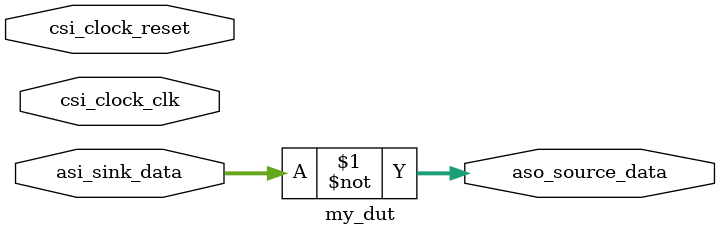
<source format=v>
module my_dut
(
	// Clock Interface
	input csi_clock_clk,
	input csi_clock_reset,
	
	// ST Sink Interface
	input [15:0] asi_sink_data,
	
	// ST Source Interface
	output [15:0] aso_source_data
);

// this example simply inverts the data
assign aso_source_data = ~asi_sink_data;

endmodule

</source>
